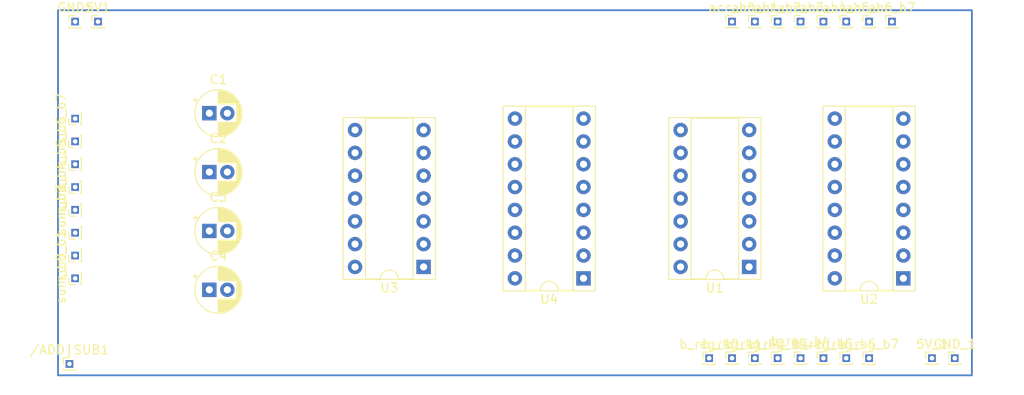
<source format=kicad_pcb>
(kicad_pcb (version 20221018) (generator pcbnew)
  (layers (0 "F.Cu" signal) (31 "B.Cu" signal) (34 "B.Paste" user) (35 "F.Paste" user) (36 "B.SilkS" user "B.Silkscreen") (37 "F.SilkS" user "F.Silkscreen") (38 "B.Mask" user) (39 "F.Mask" user) (44 "Edge.Cuts" user))
  (net 0 "")
  (net 1 "Net-(/ADD|SUB1-Pin_1)")
  (net 2 "+5V")
  (net 3 "acc_b0")
  (net 4 "acc_b1")
  (net 5 "acc_b2")
  (net 6 "acc_b3")
  (net 7 "acc_b4")
  (net 8 "acc_b5")
  (net 9 "acc_b6")
  (net 10 "acc_b7")
  (net 11 "b_reg_b0")
  (net 12 "b_reg_b1")
  (net 13 "b_reg_b2")
  (net 14 "b_reg_b3")
  (net 15 "b_reg_b4")
  (net 16 "b_reg_b5")
  (net 17 "b_reg_b6")
  (net 18 "b_reg_b7")
  (net 19 "Earth")
  (net 20 "sum_b0")
  (net 21 "sum_b1")
  (net 22 "sum_b2")
  (net 23 "sum_b3")
  (net 24 "sum_b4")
  (net 25 "sum_b5")
  (net 26 "sum_b6")
  (net 27 "sum_b7")
  (net 28 "Net-(U2-B1)")
  (net 29 "Net-(U2-B2)")
  (net 30 "Net-(U2-B3)")
  (net 31 "Net-(U2-B4)")
  (net 32 "Net-(U2-C0)")
  (net 34 "Net-(U4-B1)")
  (net 35 "Net-(U4-B2)")
  (net 36 "Net-(U4-B3)")
  (net 37 "Net-(U4-B4)")
  (footprint "Connector_PinHeader_1.00mm:PinHeader_1x01_P1.00mm_Vertical" (layer "F.Cu") (at 101.6 99.06 90)
    (fp_text reference "sum_b3" (at 0 -1.56 90) (layer "F.SilkS"))
    (fp_text value "Conn_01x01_Female")
    (pad "1" thru_hole rect (at 0 0 90) (size 0.85 0.85) (drill 0.5) (layers "*.Cu" "*.Mask") (net 23 "sum_b3"))
  )
  (footprint "Connector_PinHeader_1.00mm:PinHeader_1x01_P1.00mm_Vertical" (layer "F.Cu") (at 100.965 116.205)
    (fp_text reference "/ADD|SUB1" (at 0 -1.56) (layer "F.SilkS"))
    (fp_text value "Conn_01x01_Female")
    (pad "1" thru_hole rect (at 0 0) (size 0.85 0.85) (drill 0.5) (layers "*.Cu" "*.Mask") (net 1 "Net-(/ADD|SUB1-Pin_1)"))
  )
  (footprint "Package_DIP:DIP-16_W7.62mm_Socket" (layer "F.Cu") (at 193.675 106.68 180)
    (fp_text reference "U2" (at 3.81 -2.33) (layer "F.SilkS"))
    (fp_text value "74LS283")
    (pad "1" thru_hole rect (at 0 0 180) (size 1.6 1.6) (drill 0.8) (layers "*.Cu" "*.Mask") (net 25 "sum_b5"))
    (pad "2" thru_hole oval (at 0 2.54 180) (size 1.6 1.6) (drill 0.8) (layers "*.Cu" "*.Mask") (net 29 "Net-(U2-B2)"))
    (pad "3" thru_hole oval (at 0 5.08 180) (size 1.6 1.6) (drill 0.8) (layers "*.Cu" "*.Mask") (net 8 "acc_b5"))
    (pad "4" thru_hole oval (at 0 7.62 180) (size 1.6 1.6) (drill 0.8) (layers "*.Cu" "*.Mask") (net 24 "sum_b4"))
    (pad "5" thru_hole oval (at 0 10.16 180) (size 1.6 1.6) (drill 0.8) (layers "*.Cu" "*.Mask") (net 7 "acc_b4"))
    (pad "6" thru_hole oval (at 0 12.7 180) (size 1.6 1.6) (drill 0.8) (layers "*.Cu" "*.Mask") (net 28 "Net-(U2-B1)"))
    (pad "7" thru_hole oval (at 0 15.24 180) (size 1.6 1.6) (drill 0.8) (layers "*.Cu" "*.Mask") (net 32 "Net-(U2-C0)"))
    (pad "8" thru_hole oval (at 0 17.78 180) (size 1.6 1.6) (drill 0.8) (layers "*.Cu" "*.Mask") (net 19 "Earth"))
    (pad "9" thru_hole oval (at 7.62 17.78 180) (size 1.6 1.6) (drill 0.8) (layers "*.Cu" "*.Mask"))
    (pad "10" thru_hole oval (at 7.62 15.24 180) (size 1.6 1.6) (drill 0.8) (layers "*.Cu" "*.Mask") (net 27 "sum_b7"))
    (pad "11" thru_hole oval (at 7.62 12.7 180) (size 1.6 1.6) (drill 0.8) (layers "*.Cu" "*.Mask") (net 31 "Net-(U2-B4)"))
    (pad "12" thru_hole oval (at 7.62 10.16 180) (size 1.6 1.6) (drill 0.8) (layers "*.Cu" "*.Mask") (net 10 "acc_b7"))
    (pad "13" thru_hole oval (at 7.62 7.62 180) (size 1.6 1.6) (drill 0.8) (layers "*.Cu" "*.Mask") (net 26 "sum_b6"))
    (pad "14" thru_hole oval (at 7.62 5.08 180) (size 1.6 1.6) (drill 0.8) (layers "*.Cu" "*.Mask") (net 9 "acc_b6"))
    (pad "15" thru_hole oval (at 7.62 2.54 180) (size 1.6 1.6) (drill 0.8) (layers "*.Cu" "*.Mask") (net 30 "Net-(U2-B3)"))
    (pad "16" thru_hole oval (at 7.62 0 180) (size 1.6 1.6) (drill 0.8) (layers "*.Cu" "*.Mask") (net 2 "+5V"))
  )
  (footprint "Connector_PinHeader_1.00mm:PinHeader_1x01_P1.00mm_Vertical" (layer "F.Cu") (at 101.6 96.52 90)
    (fp_text reference "sum_b4" (at 0 -1.56 90) (layer "F.SilkS"))
    (fp_text value "Conn_01x01_Female")
    (pad "1" thru_hole rect (at 0 0 90) (size 0.85 0.85) (drill 0.5) (layers "*.Cu" "*.Mask") (net 24 "sum_b4"))
  )
  (footprint "Connector_PinHeader_1.00mm:PinHeader_1x01_P1.00mm_Vertical" (layer "F.Cu") (at 104.14 78.105)
    (fp_text reference "5V1" (at 0 -1.56) (layer "F.SilkS"))
    (fp_text value "Conn_01x01_Female")
    (pad "1" thru_hole rect (at 0 0) (size 0.85 0.85) (drill 0.5) (layers "*.Cu" "*.Mask") (net 2 "+5V"))
  )
  (footprint "Package_DIP:DIP-14_W7.62mm_Socket" (layer "F.Cu") (at 140.335 105.41 180)
    (fp_text reference "U3" (at 3.81 -2.33) (layer "F.SilkS"))
    (fp_text value "74LS86")
    (pad "1" thru_hole rect (at 0 0 180) (size 1.6 1.6) (drill 0.8) (layers "*.Cu" "*.Mask") (net 11 "b_reg_b0"))
    (pad "2" thru_hole oval (at 0 2.54 180) (size 1.6 1.6) (drill 0.8) (layers "*.Cu" "*.Mask") (net 1 "Net-(/ADD|SUB1-Pin_1)"))
    (pad "3" thru_hole oval (at 0 5.08 180) (size 1.6 1.6) (drill 0.8) (layers "*.Cu" "*.Mask") (net 34 "Net-(U4-B1)"))
    (pad "4" thru_hole oval (at 0 7.62 180) (size 1.6 1.6) (drill 0.8) (layers "*.Cu" "*.Mask") (net 12 "b_reg_b1"))
    (pad "5" thru_hole oval (at 0 10.16 180) (size 1.6 1.6) (drill 0.8) (layers "*.Cu" "*.Mask") (net 1 "Net-(/ADD|SUB1-Pin_1)"))
    (pad "6" thru_hole oval (at 0 12.7 180) (size 1.6 1.6) (drill 0.8) (layers "*.Cu" "*.Mask") (net 35 "Net-(U4-B2)"))
    (pad "7" thru_hole oval (at 0 15.24 180) (size 1.6 1.6) (drill 0.8) (layers "*.Cu" "*.Mask") (net 19 "Earth"))
    (pad "8" thru_hole oval (at 7.62 15.24 180) (size 1.6 1.6) (drill 0.8) (layers "*.Cu" "*.Mask") (net 36 "Net-(U4-B3)"))
    (pad "9" thru_hole oval (at 7.62 12.7 180) (size 1.6 1.6) (drill 0.8) (layers "*.Cu" "*.Mask") (net 13 "b_reg_b2"))
    (pad "10" thru_hole oval (at 7.62 10.16 180) (size 1.6 1.6) (drill 0.8) (layers "*.Cu" "*.Mask") (net 1 "Net-(/ADD|SUB1-Pin_1)"))
    (pad "11" thru_hole oval (at 7.62 7.62 180) (size 1.6 1.6) (drill 0.8) (layers "*.Cu" "*.Mask") (net 37 "Net-(U4-B4)"))
    (pad "12" thru_hole oval (at 7.62 5.08 180) (size 1.6 1.6) (drill 0.8) (layers "*.Cu" "*.Mask") (net 14 "b_reg_b3"))
    (pad "13" thru_hole oval (at 7.62 2.54 180) (size 1.6 1.6) (drill 0.8) (layers "*.Cu" "*.Mask") (net 1 "Net-(/ADD|SUB1-Pin_1)"))
    (pad "14" thru_hole oval (at 7.62 0 180) (size 1.6 1.6) (drill 0.8) (layers "*.Cu" "*.Mask") (net 2 "+5V"))
  )
  (footprint "Connector_PinHeader_1.00mm:PinHeader_1x01_P1.00mm_Vertical" (layer "F.Cu") (at 177.165 78.105)
    (fp_text reference "acc_b1" (at 0 -1.56) (layer "F.SilkS"))
    (fp_text value "Conn_01x01_Female")
    (pad "1" thru_hole rect (at 0 0) (size 0.85 0.85) (drill 0.5) (layers "*.Cu" "*.Mask") (net 4 "acc_b1"))
  )
  (footprint "Connector_PinHeader_1.00mm:PinHeader_1x01_P1.00mm_Vertical" (layer "F.Cu") (at 184.785 78.105)
    (fp_text reference "acc_b4" (at 0 -1.56) (layer "F.SilkS"))
    (fp_text value "Conn_01x01_Female")
    (pad "1" thru_hole rect (at 0 0) (size 0.85 0.85) (drill 0.5) (layers "*.Cu" "*.Mask") (net 7 "acc_b4"))
  )
  (footprint "Connector_PinHeader_1.00mm:PinHeader_1x01_P1.00mm_Vertical" (layer "F.Cu") (at 101.6 78.105)
    (fp_text reference "GND1" (at 0 -1.56) (layer "F.SilkS"))
    (fp_text value "Conn_01x01_Female")
    (pad "1" thru_hole rect (at 0 0) (size 0.85 0.85) (drill 0.5) (layers "*.Cu" "*.Mask") (net 19 "Earth"))
  )
  (footprint "Capacitor_THT:CP_Radial_D5.0mm_P2.00mm" (layer "F.Cu") (at 116.519888 101.4)
    (fp_text reference "C3" (at 1 -3.75) (layer "F.SilkS"))
    (fp_text value "100nF 63V poliester")
    (pad "1" thru_hole rect (at 0 0) (size 1.6 1.6) (drill 0.8) (layers "*.Cu" "*.Mask") (net 2 "+5V"))
    (pad "2" thru_hole circle (at 2 0) (size 1.6 1.6) (drill 0.8) (layers "*.Cu" "*.Mask") (net 19 "Earth"))
  )
  (footprint "Connector_PinHeader_1.00mm:PinHeader_1x01_P1.00mm_Vertical" (layer "F.Cu") (at 174.625 78.105)
    (fp_text reference "acc_b0" (at 0 -1.56) (layer "F.SilkS"))
    (fp_text value "Conn_01x01_Female")
    (pad "1" thru_hole rect (at 0 0) (size 0.85 0.85) (drill 0.5) (layers "*.Cu" "*.Mask") (net 3 "acc_b0"))
  )
  (footprint "Connector_PinHeader_1.00mm:PinHeader_1x01_P1.00mm_Vertical" (layer "F.Cu") (at 187.325 78.105)
    (fp_text reference "acc_b5" (at 0 -1.56) (layer "F.SilkS"))
    (fp_text value "Conn_01x01_Female")
    (pad "1" thru_hole rect (at 0 0) (size 0.85 0.85) (drill 0.5) (layers "*.Cu" "*.Mask") (net 8 "acc_b5"))
  )
  (footprint "Connector_PinHeader_1.00mm:PinHeader_1x01_P1.00mm_Vertical" (layer "F.Cu") (at 174.625 115.57)
    (fp_text reference "b_reg_b1" (at 0 -1.56) (layer "F.SilkS"))
    (fp_text value "Conn_01x01_Female")
    (pad "1" thru_hole rect (at 0 0) (size 0.85 0.85) (drill 0.5) (layers "*.Cu" "*.Mask") (net 12 "b_reg_b1"))
  )
  (footprint "Connector_PinHeader_1.00mm:PinHeader_1x01_P1.00mm_Vertical" (layer "F.Cu") (at 101.6 91.44 90)
    (fp_text reference "sum_b6" (at 0 -1.56 90) (layer "F.SilkS"))
    (fp_text value "Conn_01x01_Female")
    (pad "1" thru_hole rect (at 0 0 90) (size 0.85 0.85) (drill 0.5) (layers "*.Cu" "*.Mask") (net 26 "sum_b6"))
  )
  (footprint "Connector_PinHeader_1.00mm:PinHeader_1x01_P1.00mm_Vertical" (layer "F.Cu") (at 184.785 115.57)
    (fp_text reference "b_reg_b5" (at 0 -1.56) (layer "F.SilkS"))
    (fp_text value "Conn_01x01_Female")
    (pad "1" thru_hole rect (at 0 0) (size 0.85 0.85) (drill 0.5) (layers "*.Cu" "*.Mask") (net 16 "b_reg_b5"))
  )
  (footprint "Connector_PinHeader_1.00mm:PinHeader_1x01_P1.00mm_Vertical" (layer "F.Cu") (at 182.245 115.57)
    (fp_text reference "b_reg_b4" (at 0 -1.905) (layer "F.SilkS"))
    (fp_text value "Conn_01x01_Female")
    (pad "1" thru_hole rect (at 0 0) (size 0.85 0.85) (drill 0.5) (layers "*.Cu" "*.Mask") (net 15 "b_reg_b4"))
  )
  (footprint "Connector_PinHeader_1.00mm:PinHeader_1x01_P1.00mm_Vertical" (layer "F.Cu") (at 177.165 115.57)
    (fp_text reference "b_reg_b2" (at 0 -1.56) (layer "F.SilkS"))
    (fp_text value "Conn_01x01_Female")
    (pad "1" thru_hole rect (at 0 0) (size 0.85 0.85) (drill 0.5) (layers "*.Cu" "*.Mask") (net 13 "b_reg_b2"))
  )
  (footprint "Connector_PinHeader_1.00mm:PinHeader_1x01_P1.00mm_Vertical" (layer "F.Cu") (at 179.705 115.57)
    (fp_text reference "b_reg_b3" (at 0 -1.56) (layer "F.SilkS"))
    (fp_text value "Conn_01x01_Female")
    (pad "1" thru_hole rect (at 0 0) (size 0.85 0.85) (drill 0.5) (layers "*.Cu" "*.Mask") (net 14 "b_reg_b3"))
  )
  (footprint "Connector_PinHeader_1.00mm:PinHeader_1x01_P1.00mm_Vertical" (layer "F.Cu") (at 101.6 104.14 90)
    (fp_text reference "sum_b1" (at 0 -1.56 90) (layer "F.SilkS"))
    (fp_text value "Conn_01x01_Female")
    (pad "1" thru_hole rect (at 0 0 90) (size 0.85 0.85) (drill 0.5) (layers "*.Cu" "*.Mask") (net 21 "sum_b1"))
  )
  (footprint "Connector_PinHeader_1.00mm:PinHeader_1x01_P1.00mm_Vertical" (layer "F.Cu") (at 189.865 115.57)
    (fp_text reference "b_reg_b7" (at 0 -1.56) (layer "F.SilkS"))
    (fp_text value "Conn_01x01_Female")
    (pad "1" thru_hole rect (at 0 0) (size 0.85 0.85) (drill 0.5) (layers "*.Cu" "*.Mask") (net 18 "b_reg_b7"))
  )
  (footprint "Capacitor_THT:CP_Radial_D5.0mm_P2.00mm" (layer "F.Cu") (at 116.519888 88.3)
    (fp_text reference "C1" (at 1 -3.75) (layer "F.SilkS"))
    (fp_text value "100nF 63V poliester")
    (pad "1" thru_hole rect (at 0 0) (size 1.6 1.6) (drill 0.8) (layers "*.Cu" "*.Mask") (net 2 "+5V"))
    (pad "2" thru_hole circle (at 2 0) (size 1.6 1.6) (drill 0.8) (layers "*.Cu" "*.Mask") (net 19 "Earth"))
  )
  (footprint "Connector_PinHeader_1.00mm:PinHeader_1x01_P1.00mm_Vertical" (layer "F.Cu") (at 189.865 78.105)
    (fp_text reference "acc_b6" (at 0 -1.56) (layer "F.SilkS"))
    (fp_text value "Conn_01x01_Female")
    (pad "1" thru_hole rect (at 0 0) (size 0.85 0.85) (drill 0.5) (layers "*.Cu" "*.Mask") (net 9 "acc_b6"))
  )
  (footprint "Connector_PinHeader_1.00mm:PinHeader_1x01_P1.00mm_Vertical" (layer "F.Cu") (at 192.405 78.105)
    (fp_text reference "acc_b7" (at 0 -1.56) (layer "F.SilkS"))
    (fp_text value "Conn_01x01_Female")
    (pad "1" thru_hole rect (at 0 0) (size 0.85 0.85) (drill 0.5) (layers "*.Cu" "*.Mask") (net 10 "acc_b7"))
  )
  (footprint "Connector_PinHeader_1.00mm:PinHeader_1x01_P1.00mm_Vertical" (layer "F.Cu") (at 199.39 115.57)
    (fp_text reference "GND_1" (at 0 -1.56) (layer "F.SilkS"))
    (fp_text value "Conn_01x01_Female")
    (pad "1" thru_hole rect (at 0 0) (size 0.85 0.85) (drill 0.5) (layers "*.Cu" "*.Mask") (net 19 "Earth"))
  )
  (footprint "Connector_PinHeader_1.00mm:PinHeader_1x01_P1.00mm_Vertical" (layer "F.Cu") (at 179.705 78.105)
    (fp_text reference "acc_b2" (at 0 -1.56) (layer "F.SilkS"))
    (fp_text value "Conn_01x01_Female")
    (pad "1" thru_hole rect (at 0 0) (size 0.85 0.85) (drill 0.5) (layers "*.Cu" "*.Mask") (net 5 "acc_b2"))
  )
  (footprint "Connector_PinHeader_1.00mm:PinHeader_1x01_P1.00mm_Vertical" (layer "F.Cu") (at 101.6 93.98 90)
    (fp_text reference "sum_b5" (at 0 -1.56 90) (layer "F.SilkS"))
    (fp_text value "Conn_01x01_Female")
    (pad "1" thru_hole rect (at 0 0 90) (size 0.85 0.85) (drill 0.5) (layers "*.Cu" "*.Mask") (net 25 "sum_b5"))
  )
  (footprint "Package_DIP:DIP-14_W7.62mm_Socket" (layer "F.Cu") (at 176.53 105.41 180)
    (fp_text reference "U1" (at 3.81 -2.33) (layer "F.SilkS"))
    (fp_text value "74LS86")
    (pad "1" thru_hole rect (at 0 0 180) (size 1.6 1.6) (drill 0.8) (layers "*.Cu" "*.Mask") (net 15 "b_reg_b4"))
    (pad "2" thru_hole oval (at 0 2.54 180) (size 1.6 1.6) (drill 0.8) (layers "*.Cu" "*.Mask") (net 1 "Net-(/ADD|SUB1-Pin_1)"))
    (pad "3" thru_hole oval (at 0 5.08 180) (size 1.6 1.6) (drill 0.8) (layers "*.Cu" "*.Mask") (net 28 "Net-(U2-B1)"))
    (pad "4" thru_hole oval (at 0 7.62 180) (size 1.6 1.6) (drill 0.8) (layers "*.Cu" "*.Mask") (net 16 "b_reg_b5"))
    (pad "5" thru_hole oval (at 0 10.16 180) (size 1.6 1.6) (drill 0.8) (layers "*.Cu" "*.Mask") (net 1 "Net-(/ADD|SUB1-Pin_1)"))
    (pad "6" thru_hole oval (at 0 12.7 180) (size 1.6 1.6) (drill 0.8) (layers "*.Cu" "*.Mask") (net 29 "Net-(U2-B2)"))
    (pad "7" thru_hole oval (at 0 15.24 180) (size 1.6 1.6) (drill 0.8) (layers "*.Cu" "*.Mask") (net 19 "Earth"))
    (pad "8" thru_hole oval (at 7.62 15.24 180) (size 1.6 1.6) (drill 0.8) (layers "*.Cu" "*.Mask") (net 30 "Net-(U2-B3)"))
    (pad "9" thru_hole oval (at 7.62 12.7 180) (size 1.6 1.6) (drill 0.8) (layers "*.Cu" "*.Mask") (net 17 "b_reg_b6"))
    (pad "10" thru_hole oval (at 7.62 10.16 180) (size 1.6 1.6) (drill 0.8) (layers "*.Cu" "*.Mask") (net 1 "Net-(/ADD|SUB1-Pin_1)"))
    (pad "11" thru_hole oval (at 7.62 7.62 180) (size 1.6 1.6) (drill 0.8) (layers "*.Cu" "*.Mask") (net 31 "Net-(U2-B4)"))
    (pad "12" thru_hole oval (at 7.62 5.08 180) (size 1.6 1.6) (drill 0.8) (layers "*.Cu" "*.Mask") (net 18 "b_reg_b7"))
    (pad "13" thru_hole oval (at 7.62 2.54 180) (size 1.6 1.6) (drill 0.8) (layers "*.Cu" "*.Mask") (net 1 "Net-(/ADD|SUB1-Pin_1)"))
    (pad "14" thru_hole oval (at 7.62 0 180) (size 1.6 1.6) (drill 0.8) (layers "*.Cu" "*.Mask") (net 2 "+5V"))
  )
  (footprint "Connector_PinHeader_1.00mm:PinHeader_1x01_P1.00mm_Vertical" (layer "F.Cu") (at 182.245 78.105)
    (fp_text reference "acc_b3" (at 0 -1.56) (layer "F.SilkS"))
    (fp_text value "Conn_01x01_Female")
    (pad "1" thru_hole rect (at 0 0) (size 0.85 0.85) (drill 0.5) (layers "*.Cu" "*.Mask") (net 6 "acc_b3"))
  )
  (footprint "Connector_PinHeader_1.00mm:PinHeader_1x01_P1.00mm_Vertical" (layer "F.Cu") (at 187.325 115.57)
    (fp_text reference "b_reg_b6" (at 0 -1.56) (layer "F.SilkS"))
    (fp_text value "Conn_01x01_Female")
    (pad "1" thru_hole rect (at 0 0) (size 0.85 0.85) (drill 0.5) (layers "*.Cu" "*.Mask") (net 17 "b_reg_b6"))
  )
  (footprint "Capacitor_THT:CP_Radial_D5.0mm_P2.00mm" (layer "F.Cu") (at 116.519888 107.95)
    (fp_text reference "C4" (at 1 -3.75) (layer "F.SilkS"))
    (fp_text value "100nF 63V poliester")
    (pad "1" thru_hole rect (at 0 0) (size 1.6 1.6) (drill 0.8) (layers "*.Cu" "*.Mask") (net 2 "+5V"))
    (pad "2" thru_hole circle (at 2 0) (size 1.6 1.6) (drill 0.8) (layers "*.Cu" "*.Mask") (net 19 "Earth"))
  )
  (footprint "Connector_PinHeader_1.00mm:PinHeader_1x01_P1.00mm_Vertical" (layer "F.Cu") (at 196.85 115.57)
    (fp_text reference "5V_1" (at 0 -1.56) (layer "F.SilkS"))
    (fp_text value "Conn_01x01_Female")
    (pad "1" thru_hole rect (at 0 0) (size 0.85 0.85) (drill 0.5) (layers "*.Cu" "*.Mask") (net 2 "+5V"))
  )
  (footprint "Connector_PinHeader_1.00mm:PinHeader_1x01_P1.00mm_Vertical" (layer "F.Cu") (at 101.6 88.9 90)
    (fp_text reference "sum_b7" (at 0 -1.56 90) (layer "F.SilkS"))
    (fp_text value "Conn_01x01_Female")
    (pad "1" thru_hole rect (at 0 0 90) (size 0.85 0.85) (drill 0.5) (layers "*.Cu" "*.Mask") (net 27 "sum_b7"))
  )
  (footprint "Capacitor_THT:CP_Radial_D5.0mm_P2.00mm" (layer "F.Cu") (at 116.519888 94.85)
    (fp_text reference "C2" (at 1 -3.75) (layer "F.SilkS"))
    (fp_text value "100nF 63V poliester")
    (pad "1" thru_hole rect (at 0 0) (size 1.6 1.6) (drill 0.8) (layers "*.Cu" "*.Mask") (net 2 "+5V"))
    (pad "2" thru_hole circle (at 2 0) (size 1.6 1.6) (drill 0.8) (layers "*.Cu" "*.Mask") (net 19 "Earth"))
  )
  (footprint "Connector_PinHeader_1.00mm:PinHeader_1x01_P1.00mm_Vertical" (layer "F.Cu") (at 172.085 115.57)
    (fp_text reference "b_reg_b0" (at 0 -1.56) (layer "F.SilkS"))
    (fp_text value "Conn_01x01_Female")
    (pad "1" thru_hole rect (at 0 0) (size 0.85 0.85) (drill 0.5) (layers "*.Cu" "*.Mask") (net 11 "b_reg_b0"))
  )
  (footprint "Connector_PinHeader_1.00mm:PinHeader_1x01_P1.00mm_Vertical" (layer "F.Cu") (at 101.6 101.6 90)
    (fp_text reference "sum_b2" (at 2.54 -1.56 90) (layer "F.SilkS"))
    (fp_text value "Conn_01x01_Female")
    (pad "1" thru_hole rect (at 0 0 90) (size 0.85 0.85) (drill 0.5) (layers "*.Cu" "*.Mask") (net 22 "sum_b2"))
  )
  (footprint "Package_DIP:DIP-16_W7.62mm_Socket" (layer "F.Cu") (at 158.115 106.68 180)
    (fp_text reference "U4" (at 3.81 -2.33) (layer "F.SilkS"))
    (fp_text value "74LS283")
    (pad "1" thru_hole rect (at 0 0 180) (size 1.6 1.6) (drill 0.8) (layers "*.Cu" "*.Mask") (net 21 "sum_b1"))
    (pad "2" thru_hole oval (at 0 2.54 180) (size 1.6 1.6) (drill 0.8) (layers "*.Cu" "*.Mask") (net 35 "Net-(U4-B2)"))
    (pad "3" thru_hole oval (at 0 5.08 180) (size 1.6 1.6) (drill 0.8) (layers "*.Cu" "*.Mask") (net 4 "acc_b1"))
    (pad "4" thru_hole oval (at 0 7.62 180) (size 1.6 1.6) (drill 0.8) (layers "*.Cu" "*.Mask") (net 20 "sum_b0"))
    (pad "5" thru_hole oval (at 0 10.16 180) (size 1.6 1.6) (drill 0.8) (layers "*.Cu" "*.Mask") (net 3 "acc_b0"))
    (pad "6" thru_hole oval (at 0 12.7 180) (size 1.6 1.6) (drill 0.8) (layers "*.Cu" "*.Mask") (net 34 "Net-(U4-B1)"))
    (pad "7" thru_hole oval (at 0 15.24 180) (size 1.6 1.6) (drill 0.8) (layers "*.Cu" "*.Mask") (net 1 "Net-(/ADD|SUB1-Pin_1)"))
    (pad "8" thru_hole oval (at 0 17.78 180) (size 1.6 1.6) (drill 0.8) (layers "*.Cu" "*.Mask") (net 19 "Earth"))
    (pad "9" thru_hole oval (at 7.62 17.78 180) (size 1.6 1.6) (drill 0.8) (layers "*.Cu" "*.Mask") (net 32 "Net-(U2-C0)"))
    (pad "10" thru_hole oval (at 7.62 15.24 180) (size 1.6 1.6) (drill 0.8) (layers "*.Cu" "*.Mask") (net 23 "sum_b3"))
    (pad "11" thru_hole oval (at 7.62 12.7 180) (size 1.6 1.6) (drill 0.8) (layers "*.Cu" "*.Mask") (net 37 "Net-(U4-B4)"))
    (pad "12" thru_hole oval (at 7.62 10.16 180) (size 1.6 1.6) (drill 0.8) (layers "*.Cu" "*.Mask") (net 6 "acc_b3"))
    (pad "13" thru_hole oval (at 7.62 7.62 180) (size 1.6 1.6) (drill 0.8) (layers "*.Cu" "*.Mask") (net 22 "sum_b2"))
    (pad "14" thru_hole oval (at 7.62 5.08 180) (size 1.6 1.6) (drill 0.8) (layers "*.Cu" "*.Mask") (net 5 "acc_b2"))
    (pad "15" thru_hole oval (at 7.62 2.54 180) (size 1.6 1.6) (drill 0.8) (layers "*.Cu" "*.Mask") (net 36 "Net-(U4-B3)"))
    (pad "16" thru_hole oval (at 7.62 0 180) (size 1.6 1.6) (drill 0.8) (layers "*.Cu" "*.Mask") (net 2 "+5V"))
  )
  (footprint "Connector_PinHeader_1.00mm:PinHeader_1x01_P1.00mm_Vertical" (layer "F.Cu") (at 101.6 106.68 90)
    (fp_text reference "sum_b0" (at 0 -1.56 90) (layer "F.SilkS"))
    (fp_text value "Conn_01x01_Female")
    (pad "1" thru_hole rect (at 0 0 90) (size 0.85 0.85) (drill 0.5) (layers "*.Cu" "*.Mask") (net 20 "sum_b0"))
  )
  (gr_rect (start 99.695 76.835) (end 201.295 117.475) (stroke (width 0.2)) (fill none) (layer "B.Cu"))
)
</source>
